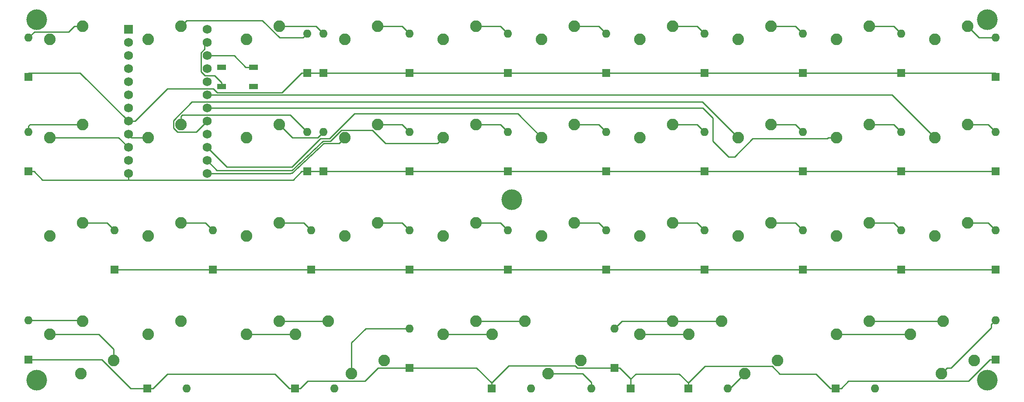
<source format=gbr>
G04 #@! TF.GenerationSoftware,KiCad,Pcbnew,(5.1.4)-1*
G04 #@! TF.CreationDate,2020-10-26T08:25:30-07:00*
G04 #@! TF.ProjectId,cheapcheep,63686561-7063-4686-9565-702e6b696361,rev?*
G04 #@! TF.SameCoordinates,Original*
G04 #@! TF.FileFunction,Copper,L2,Bot*
G04 #@! TF.FilePolarity,Positive*
%FSLAX46Y46*%
G04 Gerber Fmt 4.6, Leading zero omitted, Abs format (unit mm)*
G04 Created by KiCad (PCBNEW (5.1.4)-1) date 2020-10-26 08:25:30*
%MOMM*%
%LPD*%
G04 APERTURE LIST*
%ADD10C,0.500000*%
%ADD11C,4.000000*%
%ADD12C,2.250000*%
%ADD13O,1.600000X1.600000*%
%ADD14R,1.600000X1.600000*%
%ADD15C,1.752600*%
%ADD16R,1.752600X1.752600*%
%ADD17R,1.800000X1.100000*%
%ADD18C,0.250000*%
G04 APERTURE END LIST*
D10*
X115360000Y-54502500D03*
X113240000Y-54502500D03*
X113240000Y-56622500D03*
X115360000Y-56622500D03*
X114300000Y-54062500D03*
X114300000Y-57062500D03*
X112800000Y-55562500D03*
X115800000Y-55562500D03*
D11*
X114300000Y-55562500D03*
D10*
X23285000Y-19577500D03*
X21165000Y-19577500D03*
X21165000Y-21697500D03*
X23285000Y-21697500D03*
X22225000Y-19137500D03*
X22225000Y-22137500D03*
X20725000Y-20637500D03*
X23725000Y-20637500D03*
D11*
X22225000Y-20637500D03*
D10*
X207435000Y-19577500D03*
X205315000Y-19577500D03*
X205315000Y-21697500D03*
X207435000Y-21697500D03*
X206375000Y-19137500D03*
X206375000Y-22137500D03*
X204875000Y-20637500D03*
X207875000Y-20637500D03*
D11*
X206375000Y-20637500D03*
D12*
X197485000Y-89217500D03*
X203835000Y-86677500D03*
D10*
X207435000Y-89427500D03*
X205315000Y-89427500D03*
X205315000Y-91547500D03*
X207435000Y-91547500D03*
X206375000Y-88987500D03*
X206375000Y-91987500D03*
X204875000Y-90487500D03*
X207875000Y-90487500D03*
D11*
X206375000Y-90487500D03*
D10*
X23285000Y-89427500D03*
X21165000Y-89427500D03*
X21165000Y-91547500D03*
X23285000Y-91547500D03*
X22225000Y-88987500D03*
X22225000Y-91987500D03*
X20725000Y-90487500D03*
X23725000Y-90487500D03*
D11*
X22225000Y-90487500D03*
D12*
X145415000Y-79057500D03*
X139065000Y-81597500D03*
X83185000Y-89217500D03*
X89535000Y-86677500D03*
D13*
X207962500Y-78898750D03*
D14*
X207962500Y-86518750D03*
D13*
X184626250Y-92075000D03*
D14*
X177006250Y-92075000D03*
D13*
X156051250Y-92075000D03*
D14*
X148431250Y-92075000D03*
D13*
X134143750Y-80486250D03*
D14*
X134143750Y-88106250D03*
D13*
X129698750Y-92075000D03*
D14*
X137318750Y-92075000D03*
D13*
X117951250Y-92075000D03*
D14*
X110331250Y-92075000D03*
D13*
X94456250Y-80486250D03*
D14*
X94456250Y-88106250D03*
D13*
X79851250Y-92075000D03*
D14*
X72231250Y-92075000D03*
D13*
X51276250Y-92075000D03*
D14*
X43656250Y-92075000D03*
D13*
X20637500Y-78898750D03*
D14*
X20637500Y-86518750D03*
D13*
X207962500Y-61436250D03*
D14*
X207962500Y-69056250D03*
D13*
X189706250Y-61436250D03*
D14*
X189706250Y-69056250D03*
D13*
X170656250Y-61436250D03*
D14*
X170656250Y-69056250D03*
D13*
X151606250Y-61436250D03*
D14*
X151606250Y-69056250D03*
D13*
X132556250Y-61436250D03*
D14*
X132556250Y-69056250D03*
D13*
X113506250Y-61436250D03*
D14*
X113506250Y-69056250D03*
D13*
X94456250Y-61436250D03*
D14*
X94456250Y-69056250D03*
D13*
X75406250Y-61436250D03*
D14*
X75406250Y-69056250D03*
D13*
X56356250Y-61436250D03*
D14*
X56356250Y-69056250D03*
D13*
X37306250Y-61436250D03*
D14*
X37306250Y-69056250D03*
D13*
X207962500Y-42386250D03*
D14*
X207962500Y-50006250D03*
D13*
X189706250Y-42386250D03*
D14*
X189706250Y-50006250D03*
D13*
X170656250Y-42386250D03*
D14*
X170656250Y-50006250D03*
D13*
X151606250Y-42386250D03*
D14*
X151606250Y-50006250D03*
D13*
X132556250Y-42386250D03*
D14*
X132556250Y-50006250D03*
D13*
X113506250Y-42386250D03*
D14*
X113506250Y-50006250D03*
D13*
X94456250Y-42386250D03*
D14*
X94456250Y-50006250D03*
D13*
X77787500Y-42386250D03*
D14*
X77787500Y-50006250D03*
D13*
X74612500Y-42386250D03*
D14*
X74612500Y-50006250D03*
D13*
X20637500Y-42386250D03*
D14*
X20637500Y-50006250D03*
D13*
X207962500Y-24130000D03*
D14*
X207962500Y-31750000D03*
D13*
X189706250Y-23336250D03*
D14*
X189706250Y-30956250D03*
D13*
X170656250Y-23336250D03*
D14*
X170656250Y-30956250D03*
D13*
X151606250Y-23336250D03*
D14*
X151606250Y-30956250D03*
D13*
X132556250Y-23336250D03*
D14*
X132556250Y-30956250D03*
D13*
X113506250Y-23336250D03*
D14*
X113506250Y-30956250D03*
D13*
X94456250Y-23336250D03*
D14*
X94456250Y-30956250D03*
D13*
X77787500Y-23336250D03*
D14*
X77787500Y-30956250D03*
D13*
X74612500Y-23336250D03*
D14*
X74612500Y-30956250D03*
D13*
X20637500Y-24130000D03*
D14*
X20637500Y-31750000D03*
D12*
X83185000Y-89217500D03*
X89535000Y-86677500D03*
D15*
X55245000Y-22542500D03*
X40005000Y-50482500D03*
X55245000Y-25082500D03*
X55245000Y-27622500D03*
X55245000Y-30162500D03*
X55245000Y-32702500D03*
X55245000Y-35242500D03*
X55245000Y-37782500D03*
X55245000Y-40322500D03*
X55245000Y-42862500D03*
X55245000Y-45402500D03*
X55245000Y-47942500D03*
X55245000Y-50482500D03*
X40005000Y-47942500D03*
X40005000Y-45402500D03*
X40005000Y-42862500D03*
X40005000Y-40322500D03*
X40005000Y-37782500D03*
X40005000Y-35242500D03*
X40005000Y-32702500D03*
X40005000Y-30162500D03*
X40005000Y-27622500D03*
X40005000Y-25082500D03*
D16*
X40005000Y-22542500D03*
D17*
X64218750Y-33600000D03*
X58018750Y-29900000D03*
X64218750Y-29900000D03*
X58018750Y-33600000D03*
D12*
X145415000Y-79057500D03*
X139065000Y-81597500D03*
X197802500Y-79057500D03*
X191452500Y-81597500D03*
X154940000Y-79057500D03*
X148590000Y-81597500D03*
X116840000Y-79057500D03*
X110490000Y-81597500D03*
X78740000Y-79057500D03*
X72390000Y-81597500D03*
X30797500Y-89217500D03*
X37147500Y-86677500D03*
X183515000Y-79057500D03*
X177165000Y-81597500D03*
X159385000Y-89217500D03*
X165735000Y-86677500D03*
X121285000Y-89217500D03*
X127635000Y-86677500D03*
X107315000Y-79057500D03*
X100965000Y-81597500D03*
X69215000Y-79057500D03*
X62865000Y-81597500D03*
X50165000Y-79057500D03*
X43815000Y-81597500D03*
X31115000Y-79057500D03*
X24765000Y-81597500D03*
X116840000Y-79057500D03*
X110490000Y-81597500D03*
X202565000Y-60007500D03*
X196215000Y-62547500D03*
X183515000Y-60007500D03*
X177165000Y-62547500D03*
X164465000Y-60007500D03*
X158115000Y-62547500D03*
X145415000Y-60007500D03*
X139065000Y-62547500D03*
X126365000Y-60007500D03*
X120015000Y-62547500D03*
X107315000Y-60007500D03*
X100965000Y-62547500D03*
X88265000Y-60007500D03*
X81915000Y-62547500D03*
X69215000Y-60007500D03*
X62865000Y-62547500D03*
X50165000Y-60007500D03*
X43815000Y-62547500D03*
X31115000Y-60007500D03*
X24765000Y-62547500D03*
X202565000Y-40957500D03*
X196215000Y-43497500D03*
X183515000Y-40957500D03*
X177165000Y-43497500D03*
X164465000Y-40957500D03*
X158115000Y-43497500D03*
X145415000Y-40957500D03*
X139065000Y-43497500D03*
X126365000Y-40957500D03*
X120015000Y-43497500D03*
X107315000Y-40957500D03*
X100965000Y-43497500D03*
X88265000Y-40957500D03*
X81915000Y-43497500D03*
X69215000Y-40957500D03*
X62865000Y-43497500D03*
X50165000Y-40957500D03*
X43815000Y-43497500D03*
X31115000Y-40957500D03*
X24765000Y-43497500D03*
X202565000Y-21907500D03*
X196215000Y-24447500D03*
X183515000Y-21907500D03*
X177165000Y-24447500D03*
X164465000Y-21907500D03*
X158115000Y-24447500D03*
X145415000Y-21907500D03*
X139065000Y-24447500D03*
X126365000Y-21907500D03*
X120015000Y-24447500D03*
X107315000Y-21907500D03*
X100965000Y-24447500D03*
X88265000Y-21907500D03*
X81915000Y-24447500D03*
X69215000Y-21907500D03*
X62865000Y-24447500D03*
X50165000Y-21907500D03*
X43815000Y-24447500D03*
X31115000Y-21907500D03*
X24765000Y-24447500D03*
D18*
X29524010Y-21907500D02*
X31115000Y-21907500D01*
X28434011Y-22997499D02*
X29524010Y-21907500D01*
X21770001Y-22997499D02*
X28434011Y-22997499D01*
X20637500Y-24130000D02*
X21770001Y-22997499D01*
X206912500Y-30956250D02*
X189706250Y-30956250D01*
X207962500Y-30956250D02*
X206912500Y-30956250D01*
X188656250Y-30956250D02*
X170656250Y-30956250D01*
X189706250Y-30956250D02*
X188656250Y-30956250D01*
X169606250Y-30956250D02*
X151606250Y-30956250D01*
X170656250Y-30956250D02*
X169606250Y-30956250D01*
X151606250Y-30956250D02*
X132556250Y-30956250D01*
X132556250Y-30956250D02*
X113506250Y-30956250D01*
X113506250Y-30956250D02*
X94456250Y-30956250D01*
X93406250Y-30956250D02*
X77787500Y-30956250D01*
X94456250Y-30956250D02*
X93406250Y-30956250D01*
X76737500Y-30956250D02*
X74612500Y-30956250D01*
X77787500Y-30956250D02*
X76737500Y-30956250D01*
X69726260Y-34792490D02*
X73562500Y-30956250D01*
X57176238Y-34792490D02*
X69726260Y-34792490D01*
X56424947Y-34041199D02*
X57176238Y-34792490D01*
X47525576Y-34041199D02*
X56424947Y-34041199D01*
X41244275Y-40322500D02*
X47525576Y-34041199D01*
X73562500Y-30956250D02*
X74612500Y-30956250D01*
X40005000Y-40322500D02*
X41244275Y-40322500D01*
X30638750Y-30956250D02*
X40005000Y-40322500D01*
X20637500Y-30956250D02*
X30638750Y-30956250D01*
X207962500Y-31750000D02*
X207962500Y-30956250D01*
X20637500Y-31750000D02*
X20637500Y-30956250D01*
X73812501Y-24136249D02*
X74612500Y-23336250D01*
X69297747Y-24136249D02*
X73812501Y-24136249D01*
X65943999Y-20782501D02*
X69297747Y-24136249D01*
X51289999Y-20782501D02*
X65943999Y-20782501D01*
X50165000Y-21907500D02*
X51289999Y-20782501D01*
X76358750Y-21907500D02*
X77787500Y-23336250D01*
X69215000Y-21907500D02*
X76358750Y-21907500D01*
X93027500Y-21907500D02*
X94456250Y-23336250D01*
X88265000Y-21907500D02*
X93027500Y-21907500D01*
X112077500Y-21907500D02*
X113506250Y-23336250D01*
X107315000Y-21907500D02*
X112077500Y-21907500D01*
X131127500Y-21907500D02*
X132556250Y-23336250D01*
X126365000Y-21907500D02*
X131127500Y-21907500D01*
X150177500Y-21907500D02*
X151606250Y-23336250D01*
X145415000Y-21907500D02*
X150177500Y-21907500D01*
X169227500Y-21907500D02*
X170656250Y-23336250D01*
X164465000Y-21907500D02*
X169227500Y-21907500D01*
X188277500Y-21907500D02*
X189706250Y-23336250D01*
X183515000Y-21907500D02*
X188277500Y-21907500D01*
X204787500Y-24130000D02*
X207962500Y-24130000D01*
X202565000Y-21907500D02*
X204787500Y-24130000D01*
X29524010Y-40957500D02*
X31115000Y-40957500D01*
X20934880Y-40957500D02*
X29524010Y-40957500D01*
X20637500Y-41254880D02*
X20934880Y-40957500D01*
X20637500Y-42386250D02*
X20637500Y-41254880D01*
X206912500Y-50006250D02*
X189706250Y-50006250D01*
X207962500Y-50006250D02*
X206912500Y-50006250D01*
X188656250Y-50006250D02*
X170656250Y-50006250D01*
X189706250Y-50006250D02*
X188656250Y-50006250D01*
X169606250Y-50006250D02*
X151606250Y-50006250D01*
X170656250Y-50006250D02*
X169606250Y-50006250D01*
X151606250Y-50006250D02*
X132556250Y-50006250D01*
X131506250Y-50006250D02*
X113506250Y-50006250D01*
X132556250Y-50006250D02*
X131506250Y-50006250D01*
X112456250Y-50006250D02*
X94456250Y-50006250D01*
X113506250Y-50006250D02*
X112456250Y-50006250D01*
X93406250Y-50006250D02*
X77787500Y-50006250D01*
X94456250Y-50006250D02*
X93406250Y-50006250D01*
X76737500Y-50006250D02*
X74612500Y-50006250D01*
X77787500Y-50006250D02*
X76737500Y-50006250D01*
X73562500Y-50006250D02*
X74612500Y-50006250D01*
X71884949Y-51683801D02*
X73562500Y-50006250D01*
X21687500Y-50006250D02*
X23365051Y-51683801D01*
X20637500Y-50006250D02*
X21687500Y-50006250D01*
X40005000Y-51672602D02*
X40016199Y-51683801D01*
X40005000Y-50482500D02*
X40005000Y-51672602D01*
X23365051Y-51683801D02*
X40016199Y-51683801D01*
X40016199Y-51683801D02*
X71884949Y-51683801D01*
X71347449Y-39121199D02*
X73812501Y-41586251D01*
X73812501Y-41586251D02*
X74612500Y-42386250D01*
X50165000Y-39366510D02*
X50410311Y-39121199D01*
X50410311Y-39121199D02*
X71347449Y-39121199D01*
X50165000Y-40957500D02*
X50165000Y-39366510D01*
X76987501Y-43186249D02*
X77787500Y-42386250D01*
X71768751Y-43511251D02*
X76662499Y-43511251D01*
X76662499Y-43511251D02*
X76987501Y-43186249D01*
X69215000Y-40957500D02*
X71768751Y-43511251D01*
X93027500Y-40957500D02*
X94456250Y-42386250D01*
X88265000Y-40957500D02*
X93027500Y-40957500D01*
X112077500Y-40957500D02*
X113506250Y-42386250D01*
X107315000Y-40957500D02*
X112077500Y-40957500D01*
X131127500Y-40957500D02*
X132556250Y-42386250D01*
X126365000Y-40957500D02*
X131127500Y-40957500D01*
X150177500Y-40957500D02*
X151606250Y-42386250D01*
X145415000Y-40957500D02*
X150177500Y-40957500D01*
X169227500Y-40957500D02*
X170656250Y-42386250D01*
X164465000Y-40957500D02*
X169227500Y-40957500D01*
X188277500Y-40957500D02*
X189706250Y-42386250D01*
X183515000Y-40957500D02*
X188277500Y-40957500D01*
X206533750Y-40957500D02*
X207962500Y-42386250D01*
X202565000Y-40957500D02*
X206533750Y-40957500D01*
X35877500Y-60007500D02*
X37306250Y-61436250D01*
X31115000Y-60007500D02*
X35877500Y-60007500D01*
X206912500Y-69056250D02*
X189706250Y-69056250D01*
X207962500Y-69056250D02*
X206912500Y-69056250D01*
X38356250Y-69056250D02*
X56356250Y-69056250D01*
X37306250Y-69056250D02*
X38356250Y-69056250D01*
X57406250Y-69056250D02*
X75406250Y-69056250D01*
X56356250Y-69056250D02*
X57406250Y-69056250D01*
X76456250Y-69056250D02*
X94456250Y-69056250D01*
X75406250Y-69056250D02*
X76456250Y-69056250D01*
X95506250Y-69056250D02*
X113506250Y-69056250D01*
X94456250Y-69056250D02*
X95506250Y-69056250D01*
X113506250Y-69056250D02*
X132556250Y-69056250D01*
X133606250Y-69056250D02*
X151606250Y-69056250D01*
X132556250Y-69056250D02*
X133606250Y-69056250D01*
X152656250Y-69056250D02*
X170656250Y-69056250D01*
X151606250Y-69056250D02*
X152656250Y-69056250D01*
X171706250Y-69056250D02*
X189706250Y-69056250D01*
X170656250Y-69056250D02*
X171706250Y-69056250D01*
X54927500Y-60007500D02*
X56356250Y-61436250D01*
X50165000Y-60007500D02*
X54927500Y-60007500D01*
X73977500Y-60007500D02*
X75406250Y-61436250D01*
X69215000Y-60007500D02*
X73977500Y-60007500D01*
X93027500Y-60007500D02*
X94456250Y-61436250D01*
X88265000Y-60007500D02*
X93027500Y-60007500D01*
X112077500Y-60007500D02*
X113506250Y-61436250D01*
X107315000Y-60007500D02*
X112077500Y-60007500D01*
X131127500Y-60007500D02*
X132556250Y-61436250D01*
X126365000Y-60007500D02*
X131127500Y-60007500D01*
X150177500Y-60007500D02*
X151606250Y-61436250D01*
X145415000Y-60007500D02*
X150177500Y-60007500D01*
X169227500Y-60007500D02*
X170656250Y-61436250D01*
X164465000Y-60007500D02*
X169227500Y-60007500D01*
X188277500Y-60007500D02*
X189706250Y-61436250D01*
X183515000Y-60007500D02*
X188277500Y-60007500D01*
X206533750Y-60007500D02*
X207962500Y-61436250D01*
X202565000Y-60007500D02*
X206533750Y-60007500D01*
X30956250Y-78898750D02*
X31115000Y-79057500D01*
X20637500Y-78898750D02*
X30956250Y-78898750D01*
X68379749Y-89273499D02*
X71181250Y-92075000D01*
X71181250Y-92075000D02*
X72231250Y-92075000D01*
X47507751Y-89273499D02*
X68379749Y-89273499D01*
X44706250Y-92075000D02*
X47507751Y-89273499D01*
X43656250Y-92075000D02*
X44706250Y-92075000D01*
X93406250Y-88106250D02*
X94456250Y-88106250D01*
X93384999Y-88127501D02*
X93406250Y-88106250D01*
X88364727Y-88127501D02*
X93384999Y-88127501D01*
X85824727Y-90667501D02*
X88364727Y-88127501D01*
X74688749Y-90667501D02*
X85824727Y-90667501D01*
X73281250Y-92075000D02*
X74688749Y-90667501D01*
X72231250Y-92075000D02*
X73281250Y-92075000D01*
X107412500Y-88106250D02*
X110331250Y-91025000D01*
X94456250Y-88106250D02*
X107412500Y-88106250D01*
X133093750Y-88106250D02*
X134143750Y-88106250D01*
X133072499Y-88127501D02*
X133093750Y-88106250D01*
X126938999Y-88127501D02*
X133072499Y-88127501D01*
X126511498Y-87700000D02*
X126938999Y-88127501D01*
X113656250Y-87700000D02*
X126511498Y-87700000D01*
X110331250Y-91025000D02*
X113656250Y-87700000D01*
X110331250Y-92075000D02*
X110331250Y-91025000D01*
X173154749Y-89273499D02*
X175956250Y-92075000D01*
X164678997Y-87767499D02*
X166184997Y-89273499D01*
X166184997Y-89273499D02*
X173154749Y-89273499D01*
X151688751Y-87767499D02*
X164678997Y-87767499D01*
X175956250Y-92075000D02*
X177006250Y-92075000D01*
X148431250Y-91025000D02*
X151688751Y-87767499D01*
X148431250Y-92075000D02*
X148431250Y-91025000D01*
X135193750Y-88106250D02*
X134143750Y-88106250D01*
X137318750Y-92075000D02*
X137318750Y-90231250D01*
X137318750Y-90231250D02*
X135193750Y-88106250D01*
X146679749Y-89273499D02*
X148431250Y-91025000D01*
X138276501Y-89273499D02*
X146679749Y-89273499D01*
X137318750Y-90231250D02*
X138276501Y-89273499D01*
X42606250Y-92075000D02*
X43656250Y-92075000D01*
X40398998Y-92075000D02*
X42606250Y-92075000D01*
X34842748Y-86518750D02*
X40398998Y-92075000D01*
X20637500Y-86518750D02*
X34842748Y-86518750D01*
X178056250Y-92075000D02*
X177006250Y-92075000D01*
X179463749Y-90667501D02*
X178056250Y-92075000D01*
X202763749Y-90667501D02*
X179463749Y-90667501D01*
X206912500Y-86518750D02*
X202763749Y-90667501D01*
X207962500Y-86518750D02*
X206912500Y-86518750D01*
X69215000Y-79057500D02*
X78740000Y-79057500D01*
X83185000Y-87626510D02*
X83185000Y-89217500D01*
X83185000Y-83245526D02*
X83185000Y-87626510D01*
X85944276Y-80486250D02*
X83185000Y-83245526D01*
X94456250Y-80486250D02*
X85944276Y-80486250D01*
X108905990Y-79057500D02*
X116840000Y-79057500D01*
X107315000Y-79057500D02*
X108905990Y-79057500D01*
X127972620Y-89217500D02*
X129698750Y-90943630D01*
X129698750Y-90943630D02*
X129698750Y-92075000D01*
X121285000Y-89217500D02*
X127972620Y-89217500D01*
X135572500Y-79057500D02*
X145415000Y-79057500D01*
X134143750Y-80486250D02*
X135572500Y-79057500D01*
X145415000Y-79057500D02*
X154940000Y-79057500D01*
X156527500Y-92075000D02*
X156051250Y-92075000D01*
X159385000Y-89217500D02*
X156527500Y-92075000D01*
X183515000Y-79057500D02*
X197802500Y-79057500D01*
X207162501Y-79698749D02*
X207962500Y-78898750D01*
X207162501Y-80303997D02*
X207162501Y-79698749D01*
X199373997Y-88092501D02*
X207162501Y-80303997D01*
X198609999Y-88092501D02*
X199373997Y-88092501D01*
X197485000Y-89217500D02*
X198609999Y-88092501D01*
X37147500Y-85086510D02*
X37147500Y-86677500D01*
X37147500Y-84515526D02*
X37147500Y-85086510D01*
X34229474Y-81597500D02*
X37147500Y-84515526D01*
X24765000Y-81597500D02*
X34229474Y-81597500D01*
X38100000Y-43497500D02*
X40005000Y-45402500D01*
X24765000Y-43497500D02*
X38100000Y-43497500D01*
X40640000Y-43497500D02*
X40005000Y-42862500D01*
X43815000Y-43497500D02*
X40640000Y-43497500D01*
X64455990Y-81597500D02*
X72390000Y-81597500D01*
X62865000Y-81597500D02*
X64455990Y-81597500D01*
X71700000Y-50400000D02*
X71182500Y-50482500D01*
X71182500Y-50482500D02*
X55245000Y-50482500D01*
X77877501Y-44622499D02*
X71700000Y-50400000D01*
X81915000Y-43497500D02*
X80790001Y-44622499D01*
X80790001Y-44622499D02*
X77877501Y-44622499D01*
X100965000Y-81597500D02*
X110490000Y-81597500D01*
X55245000Y-47942500D02*
X57150000Y-49847500D01*
X77564603Y-44298987D02*
X77691101Y-44172489D01*
X57150000Y-49847500D02*
X71631944Y-49847500D01*
X71631944Y-49847500D02*
X77564603Y-44298987D01*
X99840001Y-44622499D02*
X100965000Y-43497500D01*
X89783997Y-44622499D02*
X99840001Y-44622499D01*
X81218999Y-42047499D02*
X87208997Y-42047499D01*
X87208997Y-42047499D02*
X89783997Y-44622499D01*
X79094009Y-44172489D02*
X81218999Y-42047499D01*
X77691101Y-44172489D02*
X79094009Y-44172489D01*
X115411250Y-38893750D02*
X120015000Y-43497500D01*
X59055000Y-49212500D02*
X71652100Y-49212500D01*
X77208350Y-43656250D02*
X78973838Y-43656250D01*
X55245000Y-45402500D02*
X59055000Y-49212500D01*
X71652100Y-49212500D02*
X77208350Y-43656250D01*
X78973838Y-43656250D02*
X83736338Y-38893750D01*
X83736338Y-38893750D02*
X115411250Y-38893750D01*
X148590000Y-81597500D02*
X139065000Y-81597500D01*
X151198699Y-36581199D02*
X156990001Y-42372501D01*
X52313901Y-36581199D02*
X151198699Y-36581199D01*
X48714999Y-40180101D02*
X52313901Y-36581199D01*
X48714999Y-41653501D02*
X48714999Y-40180101D01*
X49468999Y-42407501D02*
X48714999Y-41653501D01*
X156990001Y-42372501D02*
X158115000Y-43497500D01*
X53159999Y-42407501D02*
X49468999Y-42407501D01*
X55245000Y-40322500D02*
X53159999Y-42407501D01*
X191452500Y-81597500D02*
X177165000Y-81597500D01*
X153193750Y-44162252D02*
X153193750Y-39687500D01*
X175574010Y-43497500D02*
X175352911Y-43718599D01*
X177165000Y-43497500D02*
X175574010Y-43497500D01*
X156268999Y-47237501D02*
X153193750Y-44162252D01*
X157421001Y-47237501D02*
X156268999Y-47237501D01*
X175352911Y-43718599D02*
X160939903Y-43718599D01*
X160939903Y-43718599D02*
X157421001Y-47237501D01*
X151288750Y-37782500D02*
X55245000Y-37782500D01*
X153193750Y-39687500D02*
X151288750Y-37782500D01*
X187960000Y-35242500D02*
X55245000Y-35242500D01*
X196215000Y-43497500D02*
X187960000Y-35242500D01*
X60453998Y-27622500D02*
X56484275Y-27622500D01*
X56484275Y-27622500D02*
X55245000Y-27622500D01*
X62731498Y-29900000D02*
X60453998Y-27622500D01*
X64218750Y-29900000D02*
X62731498Y-29900000D01*
X54768750Y-25558750D02*
X55245000Y-25082500D01*
X54768750Y-26320824D02*
X54768750Y-25558750D01*
X58018750Y-32800000D02*
X56719949Y-31501199D01*
X58018750Y-33600000D02*
X58018750Y-32800000D01*
X56719949Y-31501199D02*
X54805773Y-31501199D01*
X54043699Y-27045875D02*
X54768750Y-26320824D01*
X54805773Y-31501199D02*
X54043699Y-30739125D01*
X54043699Y-30739125D02*
X54043699Y-27045875D01*
M02*

</source>
